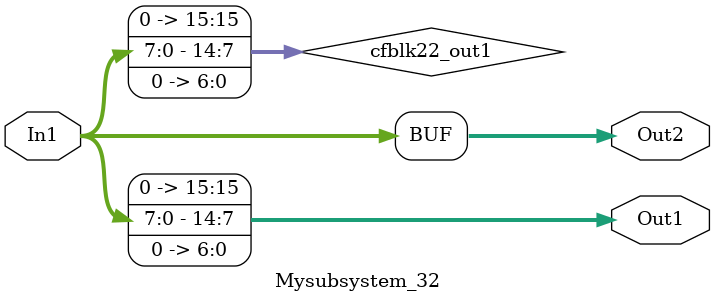
<source format=v>



`timescale 1 ns / 1 ns

module Mysubsystem_32
          (In1,
           Out1,
           Out2);


  input   [7:0] In1;  // uint8
  output  [15:0] Out1;  // ufix16_En7
  output  [7:0] Out2;  // uint8


  wire [15:0] cfblk22_out1;  // ufix16_En7


  assign cfblk22_out1 = {1'b0, {In1, 7'b0000000}};



  assign Out1 = cfblk22_out1;

  assign Out2 = In1;

endmodule  // Mysubsystem_32


</source>
